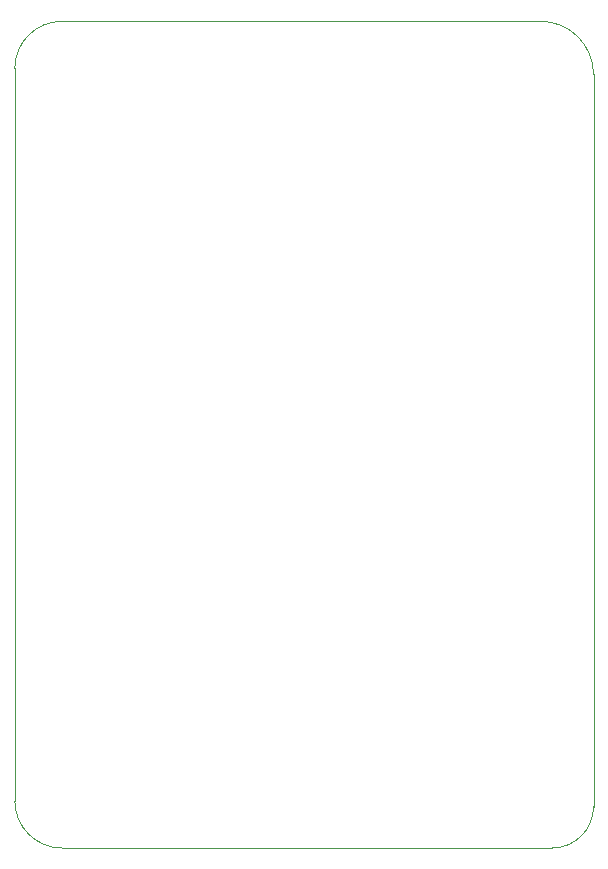
<source format=gm1>
G04 #@! TF.GenerationSoftware,KiCad,Pcbnew,8.0.0*
G04 #@! TF.CreationDate,2024-04-02T15:54:02-06:00*
G04 #@! TF.ProjectId,SimonSaysPCBDesign,53696d6f-6e53-4617-9973-504342446573,1.0*
G04 #@! TF.SameCoordinates,Original*
G04 #@! TF.FileFunction,Profile,NP*
%FSLAX46Y46*%
G04 Gerber Fmt 4.6, Leading zero omitted, Abs format (unit mm)*
G04 Created by KiCad (PCBNEW 8.0.0) date 2024-04-02 15:54:02*
%MOMM*%
%LPD*%
G01*
G04 APERTURE LIST*
G04 #@! TA.AperFunction,Profile*
%ADD10C,0.050000*%
G04 #@! TD*
G04 APERTURE END LIST*
D10*
X112500000Y-134500000D02*
G75*
G02*
X108500000Y-130500000I0J4000000D01*
G01*
X157500000Y-131000000D02*
G75*
G02*
X154000000Y-134500000I-3500000J0D01*
G01*
X157500000Y-130000000D02*
X157500000Y-130500000D01*
X108500000Y-68500000D02*
G75*
G02*
X112500000Y-64500000I4000000J0D01*
G01*
X157500000Y-130000000D02*
X157500000Y-69000000D01*
X108500000Y-130000000D02*
X108500000Y-130500000D01*
X153500000Y-134500000D02*
X154000000Y-134500000D01*
X153000000Y-64500000D02*
G75*
G02*
X157500000Y-69000000I0J-4500000D01*
G01*
X113000000Y-134500000D02*
X112500000Y-134500000D01*
X113000000Y-64500000D02*
X112500000Y-64500000D01*
X152500000Y-64500000D02*
X153000000Y-64500000D01*
X113000000Y-64500000D02*
X152500000Y-64500000D01*
X108500000Y-69000000D02*
X108500000Y-68500000D01*
X157500000Y-130500000D02*
X157500000Y-131000000D01*
X113000000Y-134500000D02*
X153500000Y-134500000D01*
X108500000Y-69000000D02*
X108500000Y-130000000D01*
M02*

</source>
